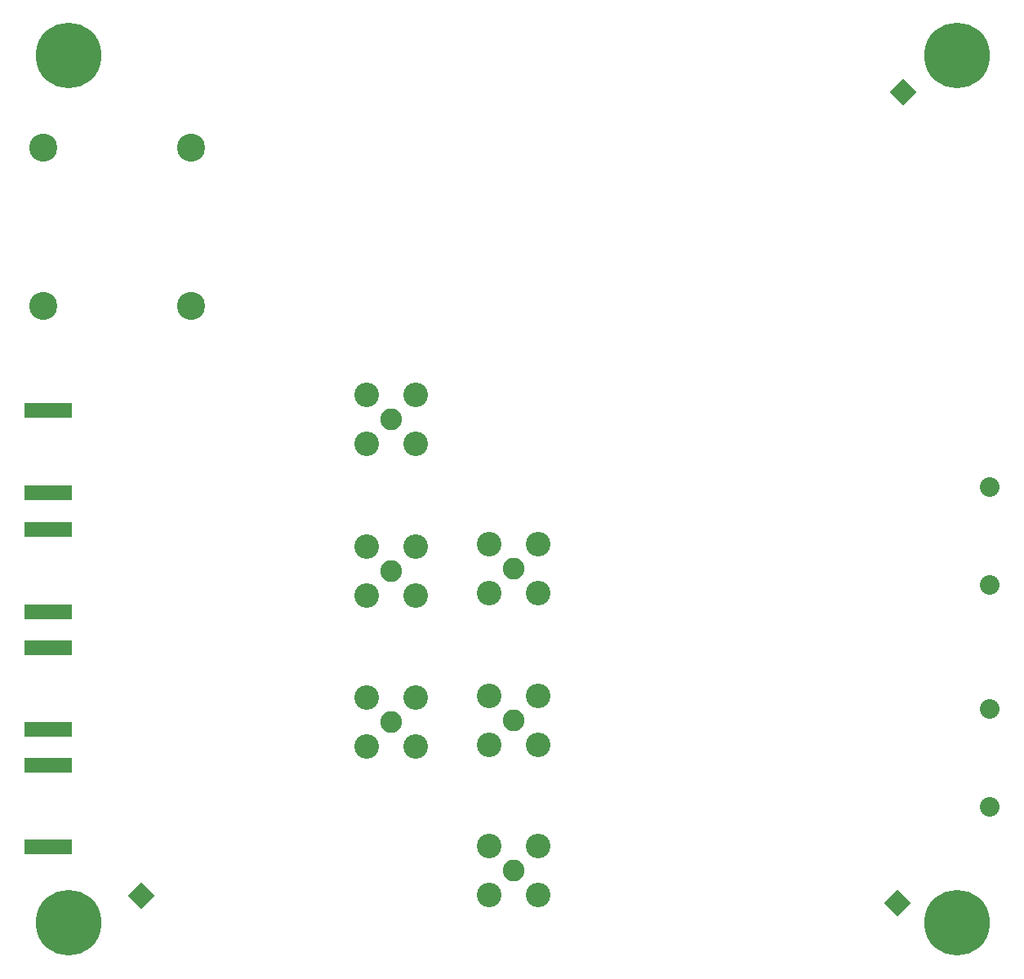
<source format=gbs>
G04*
G04 #@! TF.GenerationSoftware,Altium Limited,Altium Designer,23.7.1 (13)*
G04*
G04 Layer_Color=16711935*
%FSAX43Y43*%
%MOMM*%
G71*
G04*
G04 #@! TF.SameCoordinates,4B3962D1-0CE0-4DC0-8A0A-AB0838D88EC4*
G04*
G04*
G04 #@! TF.FilePolarity,Negative*
G04*
G01*
G75*
%ADD14R,4.900X1.600*%
%ADD18P,2.828X4X360.0*%
%ADD39C,2.036*%
%ADD40C,6.800*%
%ADD41C,2.550*%
%ADD42C,2.250*%
%ADD43C,2.910*%
D14*
X0002750Y0049671D02*
D03*
Y0058191D02*
D03*
Y0025060D02*
D03*
Y0033580D02*
D03*
Y0037315D02*
D03*
Y0045835D02*
D03*
Y0012855D02*
D03*
Y0021375D02*
D03*
D18*
X0091425Y0091175D02*
D03*
X0090800Y0007075D02*
D03*
X0012400Y0007800D02*
D03*
D39*
X0100375Y0050214D02*
D03*
Y0040054D02*
D03*
Y0027214D02*
D03*
Y0017054D02*
D03*
D40*
X0097000Y0095000D02*
D03*
Y0005000D02*
D03*
X0004900Y0095000D02*
D03*
Y0005000D02*
D03*
D41*
X0035760Y0028430D02*
D03*
X0040840D02*
D03*
Y0023350D02*
D03*
X0035760D02*
D03*
X0048510Y0012940D02*
D03*
X0053590D02*
D03*
Y0007860D02*
D03*
X0048510D02*
D03*
X0035760Y0044055D02*
D03*
X0040840D02*
D03*
Y0038975D02*
D03*
X0035760D02*
D03*
X0048510Y0028565D02*
D03*
X0053590D02*
D03*
Y0023485D02*
D03*
X0048510D02*
D03*
X0035760Y0059805D02*
D03*
X0040840D02*
D03*
Y0054725D02*
D03*
X0035760D02*
D03*
X0048510Y0044315D02*
D03*
X0053590D02*
D03*
Y0039235D02*
D03*
X0048510D02*
D03*
D42*
X0038300Y0025890D02*
D03*
X0051050Y0010400D02*
D03*
X0038300Y0041515D02*
D03*
X0051050Y0026025D02*
D03*
X0038300Y0057265D02*
D03*
X0051050Y0041775D02*
D03*
D43*
X0002250Y0085475D02*
D03*
X0017550D02*
D03*
X0002250Y0069025D02*
D03*
X0017550D02*
D03*
M02*

</source>
